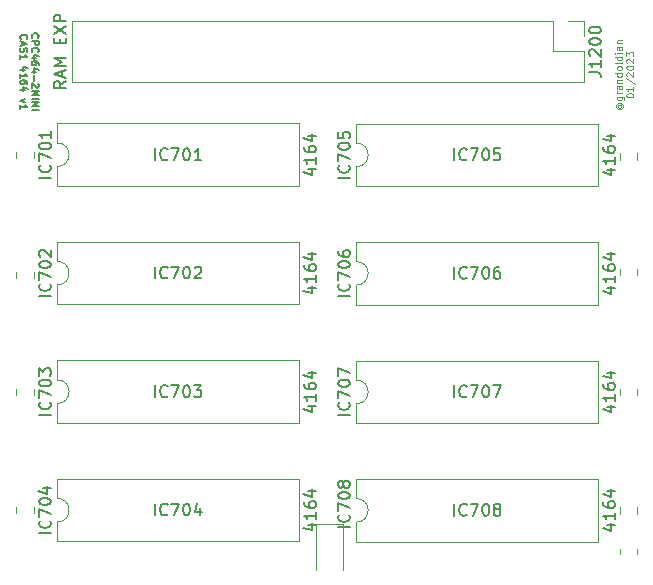
<source format=gbr>
%TF.GenerationSoftware,KiCad,Pcbnew,(6.0.7)*%
%TF.CreationDate,2023-01-24T22:55:54+00:00*%
%TF.ProjectId,CPC464-2MINICAS1,43504334-3634-42d3-924d-494e49434153,rev?*%
%TF.SameCoordinates,Original*%
%TF.FileFunction,Legend,Top*%
%TF.FilePolarity,Positive*%
%FSLAX46Y46*%
G04 Gerber Fmt 4.6, Leading zero omitted, Abs format (unit mm)*
G04 Created by KiCad (PCBNEW (6.0.7)) date 2023-01-24 22:55:54*
%MOMM*%
%LPD*%
G01*
G04 APERTURE LIST*
%ADD10C,0.150000*%
%ADD11C,0.100000*%
%ADD12C,0.120000*%
G04 APERTURE END LIST*
D10*
X34863514Y-43508971D02*
X34834942Y-43480400D01*
X34806371Y-43394685D01*
X34806371Y-43337542D01*
X34834942Y-43251828D01*
X34892085Y-43194685D01*
X34949228Y-43166114D01*
X35063514Y-43137542D01*
X35149228Y-43137542D01*
X35263514Y-43166114D01*
X35320657Y-43194685D01*
X35377800Y-43251828D01*
X35406371Y-43337542D01*
X35406371Y-43394685D01*
X35377800Y-43480400D01*
X35349228Y-43508971D01*
X34806371Y-43766114D02*
X35406371Y-43766114D01*
X35406371Y-43994685D01*
X35377800Y-44051828D01*
X35349228Y-44080400D01*
X35292085Y-44108971D01*
X35206371Y-44108971D01*
X35149228Y-44080400D01*
X35120657Y-44051828D01*
X35092085Y-43994685D01*
X35092085Y-43766114D01*
X34863514Y-44708971D02*
X34834942Y-44680400D01*
X34806371Y-44594685D01*
X34806371Y-44537542D01*
X34834942Y-44451828D01*
X34892085Y-44394685D01*
X34949228Y-44366114D01*
X35063514Y-44337542D01*
X35149228Y-44337542D01*
X35263514Y-44366114D01*
X35320657Y-44394685D01*
X35377800Y-44451828D01*
X35406371Y-44537542D01*
X35406371Y-44594685D01*
X35377800Y-44680400D01*
X35349228Y-44708971D01*
X35206371Y-45223257D02*
X34806371Y-45223257D01*
X35434942Y-45080400D02*
X35006371Y-44937542D01*
X35006371Y-45308971D01*
X35406371Y-45794685D02*
X35406371Y-45680400D01*
X35377800Y-45623257D01*
X35349228Y-45594685D01*
X35263514Y-45537542D01*
X35149228Y-45508971D01*
X34920657Y-45508971D01*
X34863514Y-45537542D01*
X34834942Y-45566114D01*
X34806371Y-45623257D01*
X34806371Y-45737542D01*
X34834942Y-45794685D01*
X34863514Y-45823257D01*
X34920657Y-45851828D01*
X35063514Y-45851828D01*
X35120657Y-45823257D01*
X35149228Y-45794685D01*
X35177800Y-45737542D01*
X35177800Y-45623257D01*
X35149228Y-45566114D01*
X35120657Y-45537542D01*
X35063514Y-45508971D01*
X35206371Y-46366114D02*
X34806371Y-46366114D01*
X35434942Y-46223257D02*
X35006371Y-46080400D01*
X35006371Y-46451828D01*
X35034942Y-46680400D02*
X35034942Y-47137542D01*
X35349228Y-47394685D02*
X35377800Y-47423257D01*
X35406371Y-47480400D01*
X35406371Y-47623257D01*
X35377800Y-47680400D01*
X35349228Y-47708971D01*
X35292085Y-47737542D01*
X35234942Y-47737542D01*
X35149228Y-47708971D01*
X34806371Y-47366114D01*
X34806371Y-47737542D01*
X34806371Y-47994685D02*
X35406371Y-47994685D01*
X34977800Y-48194685D01*
X35406371Y-48394685D01*
X34806371Y-48394685D01*
X34806371Y-48680400D02*
X35406371Y-48680400D01*
X34806371Y-48966114D02*
X35406371Y-48966114D01*
X34806371Y-49308971D01*
X35406371Y-49308971D01*
X34806371Y-49594685D02*
X35406371Y-49594685D01*
X33897514Y-43623257D02*
X33868942Y-43594685D01*
X33840371Y-43508971D01*
X33840371Y-43451828D01*
X33868942Y-43366114D01*
X33926085Y-43308971D01*
X33983228Y-43280400D01*
X34097514Y-43251828D01*
X34183228Y-43251828D01*
X34297514Y-43280400D01*
X34354657Y-43308971D01*
X34411800Y-43366114D01*
X34440371Y-43451828D01*
X34440371Y-43508971D01*
X34411800Y-43594685D01*
X34383228Y-43623257D01*
X34011800Y-43851828D02*
X34011800Y-44137542D01*
X33840371Y-43794685D02*
X34440371Y-43994685D01*
X33840371Y-44194685D01*
X33868942Y-44366114D02*
X33840371Y-44451828D01*
X33840371Y-44594685D01*
X33868942Y-44651828D01*
X33897514Y-44680400D01*
X33954657Y-44708971D01*
X34011800Y-44708971D01*
X34068942Y-44680400D01*
X34097514Y-44651828D01*
X34126085Y-44594685D01*
X34154657Y-44480400D01*
X34183228Y-44423257D01*
X34211800Y-44394685D01*
X34268942Y-44366114D01*
X34326085Y-44366114D01*
X34383228Y-44394685D01*
X34411800Y-44423257D01*
X34440371Y-44480400D01*
X34440371Y-44623257D01*
X34411800Y-44708971D01*
X33840371Y-45280400D02*
X33840371Y-44937542D01*
X33840371Y-45108971D02*
X34440371Y-45108971D01*
X34354657Y-45051828D01*
X34297514Y-44994685D01*
X34268942Y-44937542D01*
X34240371Y-46251828D02*
X33840371Y-46251828D01*
X34468942Y-46108971D02*
X34040371Y-45966114D01*
X34040371Y-46337542D01*
X33840371Y-46880400D02*
X33840371Y-46537542D01*
X33840371Y-46708971D02*
X34440371Y-46708971D01*
X34354657Y-46651828D01*
X34297514Y-46594685D01*
X34268942Y-46537542D01*
X34440371Y-47394685D02*
X34440371Y-47280400D01*
X34411800Y-47223257D01*
X34383228Y-47194685D01*
X34297514Y-47137542D01*
X34183228Y-47108971D01*
X33954657Y-47108971D01*
X33897514Y-47137542D01*
X33868942Y-47166114D01*
X33840371Y-47223257D01*
X33840371Y-47337542D01*
X33868942Y-47394685D01*
X33897514Y-47423257D01*
X33954657Y-47451828D01*
X34097514Y-47451828D01*
X34154657Y-47423257D01*
X34183228Y-47394685D01*
X34211800Y-47337542D01*
X34211800Y-47223257D01*
X34183228Y-47166114D01*
X34154657Y-47137542D01*
X34097514Y-47108971D01*
X34240371Y-47966114D02*
X33840371Y-47966114D01*
X34468942Y-47823257D02*
X34040371Y-47680400D01*
X34040371Y-48051828D01*
X34240371Y-48680400D02*
X33840371Y-48823257D01*
X34240371Y-48966114D01*
X33840371Y-49508971D02*
X33840371Y-49166114D01*
X33840371Y-49337542D02*
X34440371Y-49337542D01*
X34354657Y-49280400D01*
X34297514Y-49223257D01*
X34268942Y-49166114D01*
D11*
X84491114Y-49162971D02*
X84462542Y-49191542D01*
X84433971Y-49248685D01*
X84433971Y-49305828D01*
X84462542Y-49362971D01*
X84491114Y-49391542D01*
X84548257Y-49420114D01*
X84605400Y-49420114D01*
X84662542Y-49391542D01*
X84691114Y-49362971D01*
X84719685Y-49305828D01*
X84719685Y-49248685D01*
X84691114Y-49191542D01*
X84662542Y-49162971D01*
X84433971Y-49162971D02*
X84662542Y-49162971D01*
X84691114Y-49134400D01*
X84691114Y-49105828D01*
X84662542Y-49048685D01*
X84605400Y-49020114D01*
X84462542Y-49020114D01*
X84376828Y-49077257D01*
X84319685Y-49162971D01*
X84291114Y-49277257D01*
X84319685Y-49391542D01*
X84376828Y-49477257D01*
X84462542Y-49534400D01*
X84576828Y-49562971D01*
X84691114Y-49534400D01*
X84776828Y-49477257D01*
X84833971Y-49391542D01*
X84862542Y-49277257D01*
X84833971Y-49162971D01*
X84776828Y-49077257D01*
X84376828Y-48505828D02*
X84862542Y-48505828D01*
X84919685Y-48534400D01*
X84948257Y-48562971D01*
X84976828Y-48620114D01*
X84976828Y-48705828D01*
X84948257Y-48762971D01*
X84748257Y-48505828D02*
X84776828Y-48562971D01*
X84776828Y-48677257D01*
X84748257Y-48734400D01*
X84719685Y-48762971D01*
X84662542Y-48791542D01*
X84491114Y-48791542D01*
X84433971Y-48762971D01*
X84405400Y-48734400D01*
X84376828Y-48677257D01*
X84376828Y-48562971D01*
X84405400Y-48505828D01*
X84776828Y-48220114D02*
X84376828Y-48220114D01*
X84491114Y-48220114D02*
X84433971Y-48191542D01*
X84405400Y-48162971D01*
X84376828Y-48105828D01*
X84376828Y-48048685D01*
X84776828Y-47591542D02*
X84462542Y-47591542D01*
X84405400Y-47620114D01*
X84376828Y-47677257D01*
X84376828Y-47791542D01*
X84405400Y-47848685D01*
X84748257Y-47591542D02*
X84776828Y-47648685D01*
X84776828Y-47791542D01*
X84748257Y-47848685D01*
X84691114Y-47877257D01*
X84633971Y-47877257D01*
X84576828Y-47848685D01*
X84548257Y-47791542D01*
X84548257Y-47648685D01*
X84519685Y-47591542D01*
X84376828Y-47305828D02*
X84776828Y-47305828D01*
X84433971Y-47305828D02*
X84405400Y-47277257D01*
X84376828Y-47220114D01*
X84376828Y-47134400D01*
X84405400Y-47077257D01*
X84462542Y-47048685D01*
X84776828Y-47048685D01*
X84776828Y-46505828D02*
X84176828Y-46505828D01*
X84748257Y-46505828D02*
X84776828Y-46562971D01*
X84776828Y-46677257D01*
X84748257Y-46734400D01*
X84719685Y-46762971D01*
X84662542Y-46791542D01*
X84491114Y-46791542D01*
X84433971Y-46762971D01*
X84405400Y-46734400D01*
X84376828Y-46677257D01*
X84376828Y-46562971D01*
X84405400Y-46505828D01*
X84776828Y-46134400D02*
X84748257Y-46191542D01*
X84719685Y-46220114D01*
X84662542Y-46248685D01*
X84491114Y-46248685D01*
X84433971Y-46220114D01*
X84405400Y-46191542D01*
X84376828Y-46134400D01*
X84376828Y-46048685D01*
X84405400Y-45991542D01*
X84433971Y-45962971D01*
X84491114Y-45934400D01*
X84662542Y-45934400D01*
X84719685Y-45962971D01*
X84748257Y-45991542D01*
X84776828Y-46048685D01*
X84776828Y-46134400D01*
X84776828Y-45591542D02*
X84748257Y-45648685D01*
X84691114Y-45677257D01*
X84176828Y-45677257D01*
X84776828Y-45105828D02*
X84176828Y-45105828D01*
X84748257Y-45105828D02*
X84776828Y-45162971D01*
X84776828Y-45277257D01*
X84748257Y-45334400D01*
X84719685Y-45362971D01*
X84662542Y-45391542D01*
X84491114Y-45391542D01*
X84433971Y-45362971D01*
X84405400Y-45334400D01*
X84376828Y-45277257D01*
X84376828Y-45162971D01*
X84405400Y-45105828D01*
X84776828Y-44820114D02*
X84376828Y-44820114D01*
X84176828Y-44820114D02*
X84205400Y-44848685D01*
X84233971Y-44820114D01*
X84205400Y-44791542D01*
X84176828Y-44820114D01*
X84233971Y-44820114D01*
X84776828Y-44277257D02*
X84462542Y-44277257D01*
X84405400Y-44305828D01*
X84376828Y-44362971D01*
X84376828Y-44477257D01*
X84405400Y-44534400D01*
X84748257Y-44277257D02*
X84776828Y-44334400D01*
X84776828Y-44477257D01*
X84748257Y-44534400D01*
X84691114Y-44562971D01*
X84633971Y-44562971D01*
X84576828Y-44534400D01*
X84548257Y-44477257D01*
X84548257Y-44334400D01*
X84519685Y-44277257D01*
X84376828Y-43991542D02*
X84776828Y-43991542D01*
X84433971Y-43991542D02*
X84405400Y-43962971D01*
X84376828Y-43905828D01*
X84376828Y-43820114D01*
X84405400Y-43762971D01*
X84462542Y-43734400D01*
X84776828Y-43734400D01*
X85142828Y-48405828D02*
X85142828Y-48348685D01*
X85171400Y-48291542D01*
X85199971Y-48262971D01*
X85257114Y-48234400D01*
X85371400Y-48205828D01*
X85514257Y-48205828D01*
X85628542Y-48234400D01*
X85685685Y-48262971D01*
X85714257Y-48291542D01*
X85742828Y-48348685D01*
X85742828Y-48405828D01*
X85714257Y-48462971D01*
X85685685Y-48491542D01*
X85628542Y-48520114D01*
X85514257Y-48548685D01*
X85371400Y-48548685D01*
X85257114Y-48520114D01*
X85199971Y-48491542D01*
X85171400Y-48462971D01*
X85142828Y-48405828D01*
X85742828Y-47634400D02*
X85742828Y-47977257D01*
X85742828Y-47805828D02*
X85142828Y-47805828D01*
X85228542Y-47862971D01*
X85285685Y-47920114D01*
X85314257Y-47977257D01*
X85114257Y-46948685D02*
X85885685Y-47462971D01*
X85199971Y-46777257D02*
X85171400Y-46748685D01*
X85142828Y-46691542D01*
X85142828Y-46548685D01*
X85171400Y-46491542D01*
X85199971Y-46462971D01*
X85257114Y-46434400D01*
X85314257Y-46434400D01*
X85399971Y-46462971D01*
X85742828Y-46805828D01*
X85742828Y-46434400D01*
X85142828Y-46062971D02*
X85142828Y-46005828D01*
X85171400Y-45948685D01*
X85199971Y-45920114D01*
X85257114Y-45891542D01*
X85371400Y-45862971D01*
X85514257Y-45862971D01*
X85628542Y-45891542D01*
X85685685Y-45920114D01*
X85714257Y-45948685D01*
X85742828Y-46005828D01*
X85742828Y-46062971D01*
X85714257Y-46120114D01*
X85685685Y-46148685D01*
X85628542Y-46177257D01*
X85514257Y-46205828D01*
X85371400Y-46205828D01*
X85257114Y-46177257D01*
X85199971Y-46148685D01*
X85171400Y-46120114D01*
X85142828Y-46062971D01*
X85199971Y-45634400D02*
X85171400Y-45605828D01*
X85142828Y-45548685D01*
X85142828Y-45405828D01*
X85171400Y-45348685D01*
X85199971Y-45320114D01*
X85257114Y-45291542D01*
X85314257Y-45291542D01*
X85399971Y-45320114D01*
X85742828Y-45662971D01*
X85742828Y-45291542D01*
X85142828Y-45091542D02*
X85142828Y-44720114D01*
X85371400Y-44920114D01*
X85371400Y-44834400D01*
X85399971Y-44777257D01*
X85428542Y-44748685D01*
X85485685Y-44720114D01*
X85628542Y-44720114D01*
X85685685Y-44748685D01*
X85714257Y-44777257D01*
X85742828Y-44834400D01*
X85742828Y-45005828D01*
X85714257Y-45062971D01*
X85685685Y-45091542D01*
D10*
%TO.C,IC704*%
X36425580Y-85428371D02*
X35425580Y-85428371D01*
X36330342Y-84380752D02*
X36377961Y-84428371D01*
X36425580Y-84571228D01*
X36425580Y-84666466D01*
X36377961Y-84809323D01*
X36282723Y-84904561D01*
X36187485Y-84952180D01*
X35997009Y-84999800D01*
X35854152Y-84999800D01*
X35663676Y-84952180D01*
X35568438Y-84904561D01*
X35473200Y-84809323D01*
X35425580Y-84666466D01*
X35425580Y-84571228D01*
X35473200Y-84428371D01*
X35520819Y-84380752D01*
X35425580Y-84047419D02*
X35425580Y-83380752D01*
X36425580Y-83809323D01*
X35425580Y-82809323D02*
X35425580Y-82714085D01*
X35473200Y-82618847D01*
X35520819Y-82571228D01*
X35616057Y-82523609D01*
X35806533Y-82475990D01*
X36044628Y-82475990D01*
X36235104Y-82523609D01*
X36330342Y-82571228D01*
X36377961Y-82618847D01*
X36425580Y-82714085D01*
X36425580Y-82809323D01*
X36377961Y-82904561D01*
X36330342Y-82952180D01*
X36235104Y-82999800D01*
X36044628Y-83047419D01*
X35806533Y-83047419D01*
X35616057Y-82999800D01*
X35520819Y-82952180D01*
X35473200Y-82904561D01*
X35425580Y-82809323D01*
X35758914Y-81618847D02*
X36425580Y-81618847D01*
X35377961Y-81856942D02*
X36092247Y-82095038D01*
X36092247Y-81475990D01*
X58198914Y-84737895D02*
X58865580Y-84737895D01*
X57817961Y-84975990D02*
X58532247Y-85214085D01*
X58532247Y-84595038D01*
X58865580Y-83690276D02*
X58865580Y-84261704D01*
X58865580Y-83975990D02*
X57865580Y-83975990D01*
X58008438Y-84071228D01*
X58103676Y-84166466D01*
X58151295Y-84261704D01*
X57865580Y-82833133D02*
X57865580Y-83023609D01*
X57913200Y-83118847D01*
X57960819Y-83166466D01*
X58103676Y-83261704D01*
X58294152Y-83309323D01*
X58675104Y-83309323D01*
X58770342Y-83261704D01*
X58817961Y-83214085D01*
X58865580Y-83118847D01*
X58865580Y-82928371D01*
X58817961Y-82833133D01*
X58770342Y-82785514D01*
X58675104Y-82737895D01*
X58437009Y-82737895D01*
X58341771Y-82785514D01*
X58294152Y-82833133D01*
X58246533Y-82928371D01*
X58246533Y-83118847D01*
X58294152Y-83214085D01*
X58341771Y-83261704D01*
X58437009Y-83309323D01*
X58198914Y-81880752D02*
X58865580Y-81880752D01*
X57817961Y-82118847D02*
X58532247Y-82356942D01*
X58532247Y-81737895D01*
X45264628Y-83952180D02*
X45264628Y-82952180D01*
X46312247Y-83856942D02*
X46264628Y-83904561D01*
X46121771Y-83952180D01*
X46026533Y-83952180D01*
X45883676Y-83904561D01*
X45788438Y-83809323D01*
X45740819Y-83714085D01*
X45693200Y-83523609D01*
X45693200Y-83380752D01*
X45740819Y-83190276D01*
X45788438Y-83095038D01*
X45883676Y-82999800D01*
X46026533Y-82952180D01*
X46121771Y-82952180D01*
X46264628Y-82999800D01*
X46312247Y-83047419D01*
X46645580Y-82952180D02*
X47312247Y-82952180D01*
X46883676Y-83952180D01*
X47883676Y-82952180D02*
X47978914Y-82952180D01*
X48074152Y-82999800D01*
X48121771Y-83047419D01*
X48169390Y-83142657D01*
X48217009Y-83333133D01*
X48217009Y-83571228D01*
X48169390Y-83761704D01*
X48121771Y-83856942D01*
X48074152Y-83904561D01*
X47978914Y-83952180D01*
X47883676Y-83952180D01*
X47788438Y-83904561D01*
X47740819Y-83856942D01*
X47693200Y-83761704D01*
X47645580Y-83571228D01*
X47645580Y-83333133D01*
X47693200Y-83142657D01*
X47740819Y-83047419D01*
X47788438Y-82999800D01*
X47883676Y-82952180D01*
X49074152Y-83285514D02*
X49074152Y-83952180D01*
X48836057Y-82904561D02*
X48597961Y-83618847D01*
X49217009Y-83618847D01*
%TO.C,IC707*%
X61749380Y-75420771D02*
X60749380Y-75420771D01*
X61654142Y-74373152D02*
X61701761Y-74420771D01*
X61749380Y-74563628D01*
X61749380Y-74658866D01*
X61701761Y-74801723D01*
X61606523Y-74896961D01*
X61511285Y-74944580D01*
X61320809Y-74992200D01*
X61177952Y-74992200D01*
X60987476Y-74944580D01*
X60892238Y-74896961D01*
X60797000Y-74801723D01*
X60749380Y-74658866D01*
X60749380Y-74563628D01*
X60797000Y-74420771D01*
X60844619Y-74373152D01*
X60749380Y-74039819D02*
X60749380Y-73373152D01*
X61749380Y-73801723D01*
X60749380Y-72801723D02*
X60749380Y-72706485D01*
X60797000Y-72611247D01*
X60844619Y-72563628D01*
X60939857Y-72516009D01*
X61130333Y-72468390D01*
X61368428Y-72468390D01*
X61558904Y-72516009D01*
X61654142Y-72563628D01*
X61701761Y-72611247D01*
X61749380Y-72706485D01*
X61749380Y-72801723D01*
X61701761Y-72896961D01*
X61654142Y-72944580D01*
X61558904Y-72992200D01*
X61368428Y-73039819D01*
X61130333Y-73039819D01*
X60939857Y-72992200D01*
X60844619Y-72944580D01*
X60797000Y-72896961D01*
X60749380Y-72801723D01*
X60749380Y-72135057D02*
X60749380Y-71468390D01*
X61749380Y-71896961D01*
X83522714Y-74730295D02*
X84189380Y-74730295D01*
X83141761Y-74968390D02*
X83856047Y-75206485D01*
X83856047Y-74587438D01*
X84189380Y-73682676D02*
X84189380Y-74254104D01*
X84189380Y-73968390D02*
X83189380Y-73968390D01*
X83332238Y-74063628D01*
X83427476Y-74158866D01*
X83475095Y-74254104D01*
X83189380Y-72825533D02*
X83189380Y-73016009D01*
X83237000Y-73111247D01*
X83284619Y-73158866D01*
X83427476Y-73254104D01*
X83617952Y-73301723D01*
X83998904Y-73301723D01*
X84094142Y-73254104D01*
X84141761Y-73206485D01*
X84189380Y-73111247D01*
X84189380Y-72920771D01*
X84141761Y-72825533D01*
X84094142Y-72777914D01*
X83998904Y-72730295D01*
X83760809Y-72730295D01*
X83665571Y-72777914D01*
X83617952Y-72825533D01*
X83570333Y-72920771D01*
X83570333Y-73111247D01*
X83617952Y-73206485D01*
X83665571Y-73254104D01*
X83760809Y-73301723D01*
X83522714Y-71873152D02*
X84189380Y-71873152D01*
X83141761Y-72111247D02*
X83856047Y-72349342D01*
X83856047Y-71730295D01*
X70588428Y-73944580D02*
X70588428Y-72944580D01*
X71636047Y-73849342D02*
X71588428Y-73896961D01*
X71445571Y-73944580D01*
X71350333Y-73944580D01*
X71207476Y-73896961D01*
X71112238Y-73801723D01*
X71064619Y-73706485D01*
X71017000Y-73516009D01*
X71017000Y-73373152D01*
X71064619Y-73182676D01*
X71112238Y-73087438D01*
X71207476Y-72992200D01*
X71350333Y-72944580D01*
X71445571Y-72944580D01*
X71588428Y-72992200D01*
X71636047Y-73039819D01*
X71969380Y-72944580D02*
X72636047Y-72944580D01*
X72207476Y-73944580D01*
X73207476Y-72944580D02*
X73302714Y-72944580D01*
X73397952Y-72992200D01*
X73445571Y-73039819D01*
X73493190Y-73135057D01*
X73540809Y-73325533D01*
X73540809Y-73563628D01*
X73493190Y-73754104D01*
X73445571Y-73849342D01*
X73397952Y-73896961D01*
X73302714Y-73944580D01*
X73207476Y-73944580D01*
X73112238Y-73896961D01*
X73064619Y-73849342D01*
X73017000Y-73754104D01*
X72969380Y-73563628D01*
X72969380Y-73325533D01*
X73017000Y-73135057D01*
X73064619Y-73039819D01*
X73112238Y-72992200D01*
X73207476Y-72944580D01*
X73874142Y-72944580D02*
X74540809Y-72944580D01*
X74112238Y-73944580D01*
%TO.C,J1200*%
X81999580Y-46430304D02*
X82713866Y-46430304D01*
X82856723Y-46477923D01*
X82951961Y-46573161D01*
X82999580Y-46716019D01*
X82999580Y-46811257D01*
X82999580Y-45430304D02*
X82999580Y-46001733D01*
X82999580Y-45716019D02*
X81999580Y-45716019D01*
X82142438Y-45811257D01*
X82237676Y-45906495D01*
X82285295Y-46001733D01*
X82094819Y-45049352D02*
X82047200Y-45001733D01*
X81999580Y-44906495D01*
X81999580Y-44668400D01*
X82047200Y-44573161D01*
X82094819Y-44525542D01*
X82190057Y-44477923D01*
X82285295Y-44477923D01*
X82428152Y-44525542D01*
X82999580Y-45096971D01*
X82999580Y-44477923D01*
X81999580Y-43858876D02*
X81999580Y-43763638D01*
X82047200Y-43668400D01*
X82094819Y-43620780D01*
X82190057Y-43573161D01*
X82380533Y-43525542D01*
X82618628Y-43525542D01*
X82809104Y-43573161D01*
X82904342Y-43620780D01*
X82951961Y-43668400D01*
X82999580Y-43763638D01*
X82999580Y-43858876D01*
X82951961Y-43954114D01*
X82904342Y-44001733D01*
X82809104Y-44049352D01*
X82618628Y-44096971D01*
X82380533Y-44096971D01*
X82190057Y-44049352D01*
X82094819Y-44001733D01*
X82047200Y-43954114D01*
X81999580Y-43858876D01*
X81999580Y-42906495D02*
X81999580Y-42811257D01*
X82047200Y-42716019D01*
X82094819Y-42668400D01*
X82190057Y-42620780D01*
X82380533Y-42573161D01*
X82618628Y-42573161D01*
X82809104Y-42620780D01*
X82904342Y-42668400D01*
X82951961Y-42716019D01*
X82999580Y-42811257D01*
X82999580Y-42906495D01*
X82951961Y-43001733D01*
X82904342Y-43049352D01*
X82809104Y-43096971D01*
X82618628Y-43144590D01*
X82380533Y-43144590D01*
X82190057Y-43096971D01*
X82094819Y-43049352D01*
X82047200Y-43001733D01*
X81999580Y-42906495D01*
X37699580Y-47168400D02*
X37223390Y-47501733D01*
X37699580Y-47739828D02*
X36699580Y-47739828D01*
X36699580Y-47358876D01*
X36747200Y-47263638D01*
X36794819Y-47216019D01*
X36890057Y-47168400D01*
X37032914Y-47168400D01*
X37128152Y-47216019D01*
X37175771Y-47263638D01*
X37223390Y-47358876D01*
X37223390Y-47739828D01*
X37413866Y-46787447D02*
X37413866Y-46311257D01*
X37699580Y-46882685D02*
X36699580Y-46549352D01*
X37699580Y-46216019D01*
X37699580Y-45882685D02*
X36699580Y-45882685D01*
X37413866Y-45549352D01*
X36699580Y-45216019D01*
X37699580Y-45216019D01*
X37175771Y-43977923D02*
X37175771Y-43644590D01*
X37699580Y-43501733D02*
X37699580Y-43977923D01*
X36699580Y-43977923D01*
X36699580Y-43501733D01*
X36699580Y-43168400D02*
X37699580Y-42501733D01*
X36699580Y-42501733D02*
X37699580Y-43168400D01*
X37699580Y-42120780D02*
X36699580Y-42120780D01*
X36699580Y-41739828D01*
X36747200Y-41644590D01*
X36794819Y-41596971D01*
X36890057Y-41549352D01*
X37032914Y-41549352D01*
X37128152Y-41596971D01*
X37175771Y-41644590D01*
X37223390Y-41739828D01*
X37223390Y-42120780D01*
%TO.C,IC705*%
X61749380Y-55354771D02*
X60749380Y-55354771D01*
X61654142Y-54307152D02*
X61701761Y-54354771D01*
X61749380Y-54497628D01*
X61749380Y-54592866D01*
X61701761Y-54735723D01*
X61606523Y-54830961D01*
X61511285Y-54878580D01*
X61320809Y-54926200D01*
X61177952Y-54926200D01*
X60987476Y-54878580D01*
X60892238Y-54830961D01*
X60797000Y-54735723D01*
X60749380Y-54592866D01*
X60749380Y-54497628D01*
X60797000Y-54354771D01*
X60844619Y-54307152D01*
X60749380Y-53973819D02*
X60749380Y-53307152D01*
X61749380Y-53735723D01*
X60749380Y-52735723D02*
X60749380Y-52640485D01*
X60797000Y-52545247D01*
X60844619Y-52497628D01*
X60939857Y-52450009D01*
X61130333Y-52402390D01*
X61368428Y-52402390D01*
X61558904Y-52450009D01*
X61654142Y-52497628D01*
X61701761Y-52545247D01*
X61749380Y-52640485D01*
X61749380Y-52735723D01*
X61701761Y-52830961D01*
X61654142Y-52878580D01*
X61558904Y-52926200D01*
X61368428Y-52973819D01*
X61130333Y-52973819D01*
X60939857Y-52926200D01*
X60844619Y-52878580D01*
X60797000Y-52830961D01*
X60749380Y-52735723D01*
X60749380Y-51497628D02*
X60749380Y-51973819D01*
X61225571Y-52021438D01*
X61177952Y-51973819D01*
X61130333Y-51878580D01*
X61130333Y-51640485D01*
X61177952Y-51545247D01*
X61225571Y-51497628D01*
X61320809Y-51450009D01*
X61558904Y-51450009D01*
X61654142Y-51497628D01*
X61701761Y-51545247D01*
X61749380Y-51640485D01*
X61749380Y-51878580D01*
X61701761Y-51973819D01*
X61654142Y-52021438D01*
X83522714Y-54664295D02*
X84189380Y-54664295D01*
X83141761Y-54902390D02*
X83856047Y-55140485D01*
X83856047Y-54521438D01*
X84189380Y-53616676D02*
X84189380Y-54188104D01*
X84189380Y-53902390D02*
X83189380Y-53902390D01*
X83332238Y-53997628D01*
X83427476Y-54092866D01*
X83475095Y-54188104D01*
X83189380Y-52759533D02*
X83189380Y-52950009D01*
X83237000Y-53045247D01*
X83284619Y-53092866D01*
X83427476Y-53188104D01*
X83617952Y-53235723D01*
X83998904Y-53235723D01*
X84094142Y-53188104D01*
X84141761Y-53140485D01*
X84189380Y-53045247D01*
X84189380Y-52854771D01*
X84141761Y-52759533D01*
X84094142Y-52711914D01*
X83998904Y-52664295D01*
X83760809Y-52664295D01*
X83665571Y-52711914D01*
X83617952Y-52759533D01*
X83570333Y-52854771D01*
X83570333Y-53045247D01*
X83617952Y-53140485D01*
X83665571Y-53188104D01*
X83760809Y-53235723D01*
X83522714Y-51807152D02*
X84189380Y-51807152D01*
X83141761Y-52045247D02*
X83856047Y-52283342D01*
X83856047Y-51664295D01*
X70588428Y-53878580D02*
X70588428Y-52878580D01*
X71636047Y-53783342D02*
X71588428Y-53830961D01*
X71445571Y-53878580D01*
X71350333Y-53878580D01*
X71207476Y-53830961D01*
X71112238Y-53735723D01*
X71064619Y-53640485D01*
X71017000Y-53450009D01*
X71017000Y-53307152D01*
X71064619Y-53116676D01*
X71112238Y-53021438D01*
X71207476Y-52926200D01*
X71350333Y-52878580D01*
X71445571Y-52878580D01*
X71588428Y-52926200D01*
X71636047Y-52973819D01*
X71969380Y-52878580D02*
X72636047Y-52878580D01*
X72207476Y-53878580D01*
X73207476Y-52878580D02*
X73302714Y-52878580D01*
X73397952Y-52926200D01*
X73445571Y-52973819D01*
X73493190Y-53069057D01*
X73540809Y-53259533D01*
X73540809Y-53497628D01*
X73493190Y-53688104D01*
X73445571Y-53783342D01*
X73397952Y-53830961D01*
X73302714Y-53878580D01*
X73207476Y-53878580D01*
X73112238Y-53830961D01*
X73064619Y-53783342D01*
X73017000Y-53688104D01*
X72969380Y-53497628D01*
X72969380Y-53259533D01*
X73017000Y-53069057D01*
X73064619Y-52973819D01*
X73112238Y-52926200D01*
X73207476Y-52878580D01*
X74445571Y-52878580D02*
X73969380Y-52878580D01*
X73921761Y-53354771D01*
X73969380Y-53307152D01*
X74064619Y-53259533D01*
X74302714Y-53259533D01*
X74397952Y-53307152D01*
X74445571Y-53354771D01*
X74493190Y-53450009D01*
X74493190Y-53688104D01*
X74445571Y-53783342D01*
X74397952Y-53830961D01*
X74302714Y-53878580D01*
X74064619Y-53878580D01*
X73969380Y-53830961D01*
X73921761Y-53783342D01*
%TO.C,IC701*%
X36425580Y-55339371D02*
X35425580Y-55339371D01*
X36330342Y-54291752D02*
X36377961Y-54339371D01*
X36425580Y-54482228D01*
X36425580Y-54577466D01*
X36377961Y-54720323D01*
X36282723Y-54815561D01*
X36187485Y-54863180D01*
X35997009Y-54910800D01*
X35854152Y-54910800D01*
X35663676Y-54863180D01*
X35568438Y-54815561D01*
X35473200Y-54720323D01*
X35425580Y-54577466D01*
X35425580Y-54482228D01*
X35473200Y-54339371D01*
X35520819Y-54291752D01*
X35425580Y-53958419D02*
X35425580Y-53291752D01*
X36425580Y-53720323D01*
X35425580Y-52720323D02*
X35425580Y-52625085D01*
X35473200Y-52529847D01*
X35520819Y-52482228D01*
X35616057Y-52434609D01*
X35806533Y-52386990D01*
X36044628Y-52386990D01*
X36235104Y-52434609D01*
X36330342Y-52482228D01*
X36377961Y-52529847D01*
X36425580Y-52625085D01*
X36425580Y-52720323D01*
X36377961Y-52815561D01*
X36330342Y-52863180D01*
X36235104Y-52910800D01*
X36044628Y-52958419D01*
X35806533Y-52958419D01*
X35616057Y-52910800D01*
X35520819Y-52863180D01*
X35473200Y-52815561D01*
X35425580Y-52720323D01*
X36425580Y-51434609D02*
X36425580Y-52006038D01*
X36425580Y-51720323D02*
X35425580Y-51720323D01*
X35568438Y-51815561D01*
X35663676Y-51910800D01*
X35711295Y-52006038D01*
X58198914Y-54648895D02*
X58865580Y-54648895D01*
X57817961Y-54886990D02*
X58532247Y-55125085D01*
X58532247Y-54506038D01*
X58865580Y-53601276D02*
X58865580Y-54172704D01*
X58865580Y-53886990D02*
X57865580Y-53886990D01*
X58008438Y-53982228D01*
X58103676Y-54077466D01*
X58151295Y-54172704D01*
X57865580Y-52744133D02*
X57865580Y-52934609D01*
X57913200Y-53029847D01*
X57960819Y-53077466D01*
X58103676Y-53172704D01*
X58294152Y-53220323D01*
X58675104Y-53220323D01*
X58770342Y-53172704D01*
X58817961Y-53125085D01*
X58865580Y-53029847D01*
X58865580Y-52839371D01*
X58817961Y-52744133D01*
X58770342Y-52696514D01*
X58675104Y-52648895D01*
X58437009Y-52648895D01*
X58341771Y-52696514D01*
X58294152Y-52744133D01*
X58246533Y-52839371D01*
X58246533Y-53029847D01*
X58294152Y-53125085D01*
X58341771Y-53172704D01*
X58437009Y-53220323D01*
X58198914Y-51791752D02*
X58865580Y-51791752D01*
X57817961Y-52029847D02*
X58532247Y-52267942D01*
X58532247Y-51648895D01*
X45264628Y-53863180D02*
X45264628Y-52863180D01*
X46312247Y-53767942D02*
X46264628Y-53815561D01*
X46121771Y-53863180D01*
X46026533Y-53863180D01*
X45883676Y-53815561D01*
X45788438Y-53720323D01*
X45740819Y-53625085D01*
X45693200Y-53434609D01*
X45693200Y-53291752D01*
X45740819Y-53101276D01*
X45788438Y-53006038D01*
X45883676Y-52910800D01*
X46026533Y-52863180D01*
X46121771Y-52863180D01*
X46264628Y-52910800D01*
X46312247Y-52958419D01*
X46645580Y-52863180D02*
X47312247Y-52863180D01*
X46883676Y-53863180D01*
X47883676Y-52863180D02*
X47978914Y-52863180D01*
X48074152Y-52910800D01*
X48121771Y-52958419D01*
X48169390Y-53053657D01*
X48217009Y-53244133D01*
X48217009Y-53482228D01*
X48169390Y-53672704D01*
X48121771Y-53767942D01*
X48074152Y-53815561D01*
X47978914Y-53863180D01*
X47883676Y-53863180D01*
X47788438Y-53815561D01*
X47740819Y-53767942D01*
X47693200Y-53672704D01*
X47645580Y-53482228D01*
X47645580Y-53244133D01*
X47693200Y-53053657D01*
X47740819Y-52958419D01*
X47788438Y-52910800D01*
X47883676Y-52863180D01*
X49169390Y-53863180D02*
X48597961Y-53863180D01*
X48883676Y-53863180D02*
X48883676Y-52863180D01*
X48788438Y-53006038D01*
X48693200Y-53101276D01*
X48597961Y-53148895D01*
%TO.C,IC708*%
X61749380Y-84928571D02*
X60749380Y-84928571D01*
X61654142Y-83880952D02*
X61701761Y-83928571D01*
X61749380Y-84071428D01*
X61749380Y-84166666D01*
X61701761Y-84309523D01*
X61606523Y-84404761D01*
X61511285Y-84452380D01*
X61320809Y-84500000D01*
X61177952Y-84500000D01*
X60987476Y-84452380D01*
X60892238Y-84404761D01*
X60797000Y-84309523D01*
X60749380Y-84166666D01*
X60749380Y-84071428D01*
X60797000Y-83928571D01*
X60844619Y-83880952D01*
X60749380Y-83547619D02*
X60749380Y-82880952D01*
X61749380Y-83309523D01*
X60749380Y-82309523D02*
X60749380Y-82214285D01*
X60797000Y-82119047D01*
X60844619Y-82071428D01*
X60939857Y-82023809D01*
X61130333Y-81976190D01*
X61368428Y-81976190D01*
X61558904Y-82023809D01*
X61654142Y-82071428D01*
X61701761Y-82119047D01*
X61749380Y-82214285D01*
X61749380Y-82309523D01*
X61701761Y-82404761D01*
X61654142Y-82452380D01*
X61558904Y-82500000D01*
X61368428Y-82547619D01*
X61130333Y-82547619D01*
X60939857Y-82500000D01*
X60844619Y-82452380D01*
X60797000Y-82404761D01*
X60749380Y-82309523D01*
X61177952Y-81404761D02*
X61130333Y-81500000D01*
X61082714Y-81547619D01*
X60987476Y-81595238D01*
X60939857Y-81595238D01*
X60844619Y-81547619D01*
X60797000Y-81500000D01*
X60749380Y-81404761D01*
X60749380Y-81214285D01*
X60797000Y-81119047D01*
X60844619Y-81071428D01*
X60939857Y-81023809D01*
X60987476Y-81023809D01*
X61082714Y-81071428D01*
X61130333Y-81119047D01*
X61177952Y-81214285D01*
X61177952Y-81404761D01*
X61225571Y-81500000D01*
X61273190Y-81547619D01*
X61368428Y-81595238D01*
X61558904Y-81595238D01*
X61654142Y-81547619D01*
X61701761Y-81500000D01*
X61749380Y-81404761D01*
X61749380Y-81214285D01*
X61701761Y-81119047D01*
X61654142Y-81071428D01*
X61558904Y-81023809D01*
X61368428Y-81023809D01*
X61273190Y-81071428D01*
X61225571Y-81119047D01*
X61177952Y-81214285D01*
X83522714Y-84753295D02*
X84189380Y-84753295D01*
X83141761Y-84991390D02*
X83856047Y-85229485D01*
X83856047Y-84610438D01*
X84189380Y-83705676D02*
X84189380Y-84277104D01*
X84189380Y-83991390D02*
X83189380Y-83991390D01*
X83332238Y-84086628D01*
X83427476Y-84181866D01*
X83475095Y-84277104D01*
X83189380Y-82848533D02*
X83189380Y-83039009D01*
X83237000Y-83134247D01*
X83284619Y-83181866D01*
X83427476Y-83277104D01*
X83617952Y-83324723D01*
X83998904Y-83324723D01*
X84094142Y-83277104D01*
X84141761Y-83229485D01*
X84189380Y-83134247D01*
X84189380Y-82943771D01*
X84141761Y-82848533D01*
X84094142Y-82800914D01*
X83998904Y-82753295D01*
X83760809Y-82753295D01*
X83665571Y-82800914D01*
X83617952Y-82848533D01*
X83570333Y-82943771D01*
X83570333Y-83134247D01*
X83617952Y-83229485D01*
X83665571Y-83277104D01*
X83760809Y-83324723D01*
X83522714Y-81896152D02*
X84189380Y-81896152D01*
X83141761Y-82134247D02*
X83856047Y-82372342D01*
X83856047Y-81753295D01*
X70588428Y-83967580D02*
X70588428Y-82967580D01*
X71636047Y-83872342D02*
X71588428Y-83919961D01*
X71445571Y-83967580D01*
X71350333Y-83967580D01*
X71207476Y-83919961D01*
X71112238Y-83824723D01*
X71064619Y-83729485D01*
X71017000Y-83539009D01*
X71017000Y-83396152D01*
X71064619Y-83205676D01*
X71112238Y-83110438D01*
X71207476Y-83015200D01*
X71350333Y-82967580D01*
X71445571Y-82967580D01*
X71588428Y-83015200D01*
X71636047Y-83062819D01*
X71969380Y-82967580D02*
X72636047Y-82967580D01*
X72207476Y-83967580D01*
X73207476Y-82967580D02*
X73302714Y-82967580D01*
X73397952Y-83015200D01*
X73445571Y-83062819D01*
X73493190Y-83158057D01*
X73540809Y-83348533D01*
X73540809Y-83586628D01*
X73493190Y-83777104D01*
X73445571Y-83872342D01*
X73397952Y-83919961D01*
X73302714Y-83967580D01*
X73207476Y-83967580D01*
X73112238Y-83919961D01*
X73064619Y-83872342D01*
X73017000Y-83777104D01*
X72969380Y-83586628D01*
X72969380Y-83348533D01*
X73017000Y-83158057D01*
X73064619Y-83062819D01*
X73112238Y-83015200D01*
X73207476Y-82967580D01*
X74112238Y-83396152D02*
X74017000Y-83348533D01*
X73969380Y-83300914D01*
X73921761Y-83205676D01*
X73921761Y-83158057D01*
X73969380Y-83062819D01*
X74017000Y-83015200D01*
X74112238Y-82967580D01*
X74302714Y-82967580D01*
X74397952Y-83015200D01*
X74445571Y-83062819D01*
X74493190Y-83158057D01*
X74493190Y-83205676D01*
X74445571Y-83300914D01*
X74397952Y-83348533D01*
X74302714Y-83396152D01*
X74112238Y-83396152D01*
X74017000Y-83443771D01*
X73969380Y-83491390D01*
X73921761Y-83586628D01*
X73921761Y-83777104D01*
X73969380Y-83872342D01*
X74017000Y-83919961D01*
X74112238Y-83967580D01*
X74302714Y-83967580D01*
X74397952Y-83919961D01*
X74445571Y-83872342D01*
X74493190Y-83777104D01*
X74493190Y-83586628D01*
X74445571Y-83491390D01*
X74397952Y-83443771D01*
X74302714Y-83396152D01*
%TO.C,IC706*%
X61749380Y-65377771D02*
X60749380Y-65377771D01*
X61654142Y-64330152D02*
X61701761Y-64377771D01*
X61749380Y-64520628D01*
X61749380Y-64615866D01*
X61701761Y-64758723D01*
X61606523Y-64853961D01*
X61511285Y-64901580D01*
X61320809Y-64949200D01*
X61177952Y-64949200D01*
X60987476Y-64901580D01*
X60892238Y-64853961D01*
X60797000Y-64758723D01*
X60749380Y-64615866D01*
X60749380Y-64520628D01*
X60797000Y-64377771D01*
X60844619Y-64330152D01*
X60749380Y-63996819D02*
X60749380Y-63330152D01*
X61749380Y-63758723D01*
X60749380Y-62758723D02*
X60749380Y-62663485D01*
X60797000Y-62568247D01*
X60844619Y-62520628D01*
X60939857Y-62473009D01*
X61130333Y-62425390D01*
X61368428Y-62425390D01*
X61558904Y-62473009D01*
X61654142Y-62520628D01*
X61701761Y-62568247D01*
X61749380Y-62663485D01*
X61749380Y-62758723D01*
X61701761Y-62853961D01*
X61654142Y-62901580D01*
X61558904Y-62949200D01*
X61368428Y-62996819D01*
X61130333Y-62996819D01*
X60939857Y-62949200D01*
X60844619Y-62901580D01*
X60797000Y-62853961D01*
X60749380Y-62758723D01*
X60749380Y-61568247D02*
X60749380Y-61758723D01*
X60797000Y-61853961D01*
X60844619Y-61901580D01*
X60987476Y-61996819D01*
X61177952Y-62044438D01*
X61558904Y-62044438D01*
X61654142Y-61996819D01*
X61701761Y-61949200D01*
X61749380Y-61853961D01*
X61749380Y-61663485D01*
X61701761Y-61568247D01*
X61654142Y-61520628D01*
X61558904Y-61473009D01*
X61320809Y-61473009D01*
X61225571Y-61520628D01*
X61177952Y-61568247D01*
X61130333Y-61663485D01*
X61130333Y-61853961D01*
X61177952Y-61949200D01*
X61225571Y-61996819D01*
X61320809Y-62044438D01*
X83522714Y-64687295D02*
X84189380Y-64687295D01*
X83141761Y-64925390D02*
X83856047Y-65163485D01*
X83856047Y-64544438D01*
X84189380Y-63639676D02*
X84189380Y-64211104D01*
X84189380Y-63925390D02*
X83189380Y-63925390D01*
X83332238Y-64020628D01*
X83427476Y-64115866D01*
X83475095Y-64211104D01*
X83189380Y-62782533D02*
X83189380Y-62973009D01*
X83237000Y-63068247D01*
X83284619Y-63115866D01*
X83427476Y-63211104D01*
X83617952Y-63258723D01*
X83998904Y-63258723D01*
X84094142Y-63211104D01*
X84141761Y-63163485D01*
X84189380Y-63068247D01*
X84189380Y-62877771D01*
X84141761Y-62782533D01*
X84094142Y-62734914D01*
X83998904Y-62687295D01*
X83760809Y-62687295D01*
X83665571Y-62734914D01*
X83617952Y-62782533D01*
X83570333Y-62877771D01*
X83570333Y-63068247D01*
X83617952Y-63163485D01*
X83665571Y-63211104D01*
X83760809Y-63258723D01*
X83522714Y-61830152D02*
X84189380Y-61830152D01*
X83141761Y-62068247D02*
X83856047Y-62306342D01*
X83856047Y-61687295D01*
X70588428Y-63901580D02*
X70588428Y-62901580D01*
X71636047Y-63806342D02*
X71588428Y-63853961D01*
X71445571Y-63901580D01*
X71350333Y-63901580D01*
X71207476Y-63853961D01*
X71112238Y-63758723D01*
X71064619Y-63663485D01*
X71017000Y-63473009D01*
X71017000Y-63330152D01*
X71064619Y-63139676D01*
X71112238Y-63044438D01*
X71207476Y-62949200D01*
X71350333Y-62901580D01*
X71445571Y-62901580D01*
X71588428Y-62949200D01*
X71636047Y-62996819D01*
X71969380Y-62901580D02*
X72636047Y-62901580D01*
X72207476Y-63901580D01*
X73207476Y-62901580D02*
X73302714Y-62901580D01*
X73397952Y-62949200D01*
X73445571Y-62996819D01*
X73493190Y-63092057D01*
X73540809Y-63282533D01*
X73540809Y-63520628D01*
X73493190Y-63711104D01*
X73445571Y-63806342D01*
X73397952Y-63853961D01*
X73302714Y-63901580D01*
X73207476Y-63901580D01*
X73112238Y-63853961D01*
X73064619Y-63806342D01*
X73017000Y-63711104D01*
X72969380Y-63520628D01*
X72969380Y-63282533D01*
X73017000Y-63092057D01*
X73064619Y-62996819D01*
X73112238Y-62949200D01*
X73207476Y-62901580D01*
X74397952Y-62901580D02*
X74207476Y-62901580D01*
X74112238Y-62949200D01*
X74064619Y-62996819D01*
X73969380Y-63139676D01*
X73921761Y-63330152D01*
X73921761Y-63711104D01*
X73969380Y-63806342D01*
X74017000Y-63853961D01*
X74112238Y-63901580D01*
X74302714Y-63901580D01*
X74397952Y-63853961D01*
X74445571Y-63806342D01*
X74493190Y-63711104D01*
X74493190Y-63473009D01*
X74445571Y-63377771D01*
X74397952Y-63330152D01*
X74302714Y-63282533D01*
X74112238Y-63282533D01*
X74017000Y-63330152D01*
X73969380Y-63377771D01*
X73921761Y-63473009D01*
%TO.C,IC702*%
X36425580Y-65362371D02*
X35425580Y-65362371D01*
X36330342Y-64314752D02*
X36377961Y-64362371D01*
X36425580Y-64505228D01*
X36425580Y-64600466D01*
X36377961Y-64743323D01*
X36282723Y-64838561D01*
X36187485Y-64886180D01*
X35997009Y-64933800D01*
X35854152Y-64933800D01*
X35663676Y-64886180D01*
X35568438Y-64838561D01*
X35473200Y-64743323D01*
X35425580Y-64600466D01*
X35425580Y-64505228D01*
X35473200Y-64362371D01*
X35520819Y-64314752D01*
X35425580Y-63981419D02*
X35425580Y-63314752D01*
X36425580Y-63743323D01*
X35425580Y-62743323D02*
X35425580Y-62648085D01*
X35473200Y-62552847D01*
X35520819Y-62505228D01*
X35616057Y-62457609D01*
X35806533Y-62409990D01*
X36044628Y-62409990D01*
X36235104Y-62457609D01*
X36330342Y-62505228D01*
X36377961Y-62552847D01*
X36425580Y-62648085D01*
X36425580Y-62743323D01*
X36377961Y-62838561D01*
X36330342Y-62886180D01*
X36235104Y-62933800D01*
X36044628Y-62981419D01*
X35806533Y-62981419D01*
X35616057Y-62933800D01*
X35520819Y-62886180D01*
X35473200Y-62838561D01*
X35425580Y-62743323D01*
X35520819Y-62029038D02*
X35473200Y-61981419D01*
X35425580Y-61886180D01*
X35425580Y-61648085D01*
X35473200Y-61552847D01*
X35520819Y-61505228D01*
X35616057Y-61457609D01*
X35711295Y-61457609D01*
X35854152Y-61505228D01*
X36425580Y-62076657D01*
X36425580Y-61457609D01*
X58198914Y-64671895D02*
X58865580Y-64671895D01*
X57817961Y-64909990D02*
X58532247Y-65148085D01*
X58532247Y-64529038D01*
X58865580Y-63624276D02*
X58865580Y-64195704D01*
X58865580Y-63909990D02*
X57865580Y-63909990D01*
X58008438Y-64005228D01*
X58103676Y-64100466D01*
X58151295Y-64195704D01*
X57865580Y-62767133D02*
X57865580Y-62957609D01*
X57913200Y-63052847D01*
X57960819Y-63100466D01*
X58103676Y-63195704D01*
X58294152Y-63243323D01*
X58675104Y-63243323D01*
X58770342Y-63195704D01*
X58817961Y-63148085D01*
X58865580Y-63052847D01*
X58865580Y-62862371D01*
X58817961Y-62767133D01*
X58770342Y-62719514D01*
X58675104Y-62671895D01*
X58437009Y-62671895D01*
X58341771Y-62719514D01*
X58294152Y-62767133D01*
X58246533Y-62862371D01*
X58246533Y-63052847D01*
X58294152Y-63148085D01*
X58341771Y-63195704D01*
X58437009Y-63243323D01*
X58198914Y-61814752D02*
X58865580Y-61814752D01*
X57817961Y-62052847D02*
X58532247Y-62290942D01*
X58532247Y-61671895D01*
X45264628Y-63886180D02*
X45264628Y-62886180D01*
X46312247Y-63790942D02*
X46264628Y-63838561D01*
X46121771Y-63886180D01*
X46026533Y-63886180D01*
X45883676Y-63838561D01*
X45788438Y-63743323D01*
X45740819Y-63648085D01*
X45693200Y-63457609D01*
X45693200Y-63314752D01*
X45740819Y-63124276D01*
X45788438Y-63029038D01*
X45883676Y-62933800D01*
X46026533Y-62886180D01*
X46121771Y-62886180D01*
X46264628Y-62933800D01*
X46312247Y-62981419D01*
X46645580Y-62886180D02*
X47312247Y-62886180D01*
X46883676Y-63886180D01*
X47883676Y-62886180D02*
X47978914Y-62886180D01*
X48074152Y-62933800D01*
X48121771Y-62981419D01*
X48169390Y-63076657D01*
X48217009Y-63267133D01*
X48217009Y-63505228D01*
X48169390Y-63695704D01*
X48121771Y-63790942D01*
X48074152Y-63838561D01*
X47978914Y-63886180D01*
X47883676Y-63886180D01*
X47788438Y-63838561D01*
X47740819Y-63790942D01*
X47693200Y-63695704D01*
X47645580Y-63505228D01*
X47645580Y-63267133D01*
X47693200Y-63076657D01*
X47740819Y-62981419D01*
X47788438Y-62933800D01*
X47883676Y-62886180D01*
X48597961Y-62981419D02*
X48645580Y-62933800D01*
X48740819Y-62886180D01*
X48978914Y-62886180D01*
X49074152Y-62933800D01*
X49121771Y-62981419D01*
X49169390Y-63076657D01*
X49169390Y-63171895D01*
X49121771Y-63314752D01*
X48550342Y-63886180D01*
X49169390Y-63886180D01*
%TO.C,IC703*%
X36425580Y-75405371D02*
X35425580Y-75405371D01*
X36330342Y-74357752D02*
X36377961Y-74405371D01*
X36425580Y-74548228D01*
X36425580Y-74643466D01*
X36377961Y-74786323D01*
X36282723Y-74881561D01*
X36187485Y-74929180D01*
X35997009Y-74976800D01*
X35854152Y-74976800D01*
X35663676Y-74929180D01*
X35568438Y-74881561D01*
X35473200Y-74786323D01*
X35425580Y-74643466D01*
X35425580Y-74548228D01*
X35473200Y-74405371D01*
X35520819Y-74357752D01*
X35425580Y-74024419D02*
X35425580Y-73357752D01*
X36425580Y-73786323D01*
X35425580Y-72786323D02*
X35425580Y-72691085D01*
X35473200Y-72595847D01*
X35520819Y-72548228D01*
X35616057Y-72500609D01*
X35806533Y-72452990D01*
X36044628Y-72452990D01*
X36235104Y-72500609D01*
X36330342Y-72548228D01*
X36377961Y-72595847D01*
X36425580Y-72691085D01*
X36425580Y-72786323D01*
X36377961Y-72881561D01*
X36330342Y-72929180D01*
X36235104Y-72976800D01*
X36044628Y-73024419D01*
X35806533Y-73024419D01*
X35616057Y-72976800D01*
X35520819Y-72929180D01*
X35473200Y-72881561D01*
X35425580Y-72786323D01*
X35425580Y-72119657D02*
X35425580Y-71500609D01*
X35806533Y-71833942D01*
X35806533Y-71691085D01*
X35854152Y-71595847D01*
X35901771Y-71548228D01*
X35997009Y-71500609D01*
X36235104Y-71500609D01*
X36330342Y-71548228D01*
X36377961Y-71595847D01*
X36425580Y-71691085D01*
X36425580Y-71976800D01*
X36377961Y-72072038D01*
X36330342Y-72119657D01*
X58198914Y-74714895D02*
X58865580Y-74714895D01*
X57817961Y-74952990D02*
X58532247Y-75191085D01*
X58532247Y-74572038D01*
X58865580Y-73667276D02*
X58865580Y-74238704D01*
X58865580Y-73952990D02*
X57865580Y-73952990D01*
X58008438Y-74048228D01*
X58103676Y-74143466D01*
X58151295Y-74238704D01*
X57865580Y-72810133D02*
X57865580Y-73000609D01*
X57913200Y-73095847D01*
X57960819Y-73143466D01*
X58103676Y-73238704D01*
X58294152Y-73286323D01*
X58675104Y-73286323D01*
X58770342Y-73238704D01*
X58817961Y-73191085D01*
X58865580Y-73095847D01*
X58865580Y-72905371D01*
X58817961Y-72810133D01*
X58770342Y-72762514D01*
X58675104Y-72714895D01*
X58437009Y-72714895D01*
X58341771Y-72762514D01*
X58294152Y-72810133D01*
X58246533Y-72905371D01*
X58246533Y-73095847D01*
X58294152Y-73191085D01*
X58341771Y-73238704D01*
X58437009Y-73286323D01*
X58198914Y-71857752D02*
X58865580Y-71857752D01*
X57817961Y-72095847D02*
X58532247Y-72333942D01*
X58532247Y-71714895D01*
X45264628Y-73929180D02*
X45264628Y-72929180D01*
X46312247Y-73833942D02*
X46264628Y-73881561D01*
X46121771Y-73929180D01*
X46026533Y-73929180D01*
X45883676Y-73881561D01*
X45788438Y-73786323D01*
X45740819Y-73691085D01*
X45693200Y-73500609D01*
X45693200Y-73357752D01*
X45740819Y-73167276D01*
X45788438Y-73072038D01*
X45883676Y-72976800D01*
X46026533Y-72929180D01*
X46121771Y-72929180D01*
X46264628Y-72976800D01*
X46312247Y-73024419D01*
X46645580Y-72929180D02*
X47312247Y-72929180D01*
X46883676Y-73929180D01*
X47883676Y-72929180D02*
X47978914Y-72929180D01*
X48074152Y-72976800D01*
X48121771Y-73024419D01*
X48169390Y-73119657D01*
X48217009Y-73310133D01*
X48217009Y-73548228D01*
X48169390Y-73738704D01*
X48121771Y-73833942D01*
X48074152Y-73881561D01*
X47978914Y-73929180D01*
X47883676Y-73929180D01*
X47788438Y-73881561D01*
X47740819Y-73833942D01*
X47693200Y-73738704D01*
X47645580Y-73548228D01*
X47645580Y-73310133D01*
X47693200Y-73119657D01*
X47740819Y-73024419D01*
X47788438Y-72976800D01*
X47883676Y-72929180D01*
X48550342Y-72929180D02*
X49169390Y-72929180D01*
X48836057Y-73310133D01*
X48978914Y-73310133D01*
X49074152Y-73357752D01*
X49121771Y-73405371D01*
X49169390Y-73500609D01*
X49169390Y-73738704D01*
X49121771Y-73833942D01*
X49074152Y-73881561D01*
X48978914Y-73929180D01*
X48693200Y-73929180D01*
X48597961Y-73881561D01*
X48550342Y-73833942D01*
D12*
%TO.C,C708*%
X86064000Y-83796452D02*
X86064000Y-83273948D01*
X84594000Y-83796452D02*
X84594000Y-83273948D01*
%TO.C,IC704*%
X57413200Y-80849800D02*
X36973200Y-80849800D01*
X36973200Y-80849800D02*
X36973200Y-82499800D01*
X57413200Y-86149800D02*
X57413200Y-80849800D01*
X36973200Y-84499800D02*
X36973200Y-86149800D01*
X36973200Y-86149800D02*
X57413200Y-86149800D01*
X36973200Y-84499800D02*
G75*
G03*
X36973200Y-82499800I0J1000000D01*
G01*
%TO.C,IC707*%
X62297000Y-74492200D02*
X62297000Y-76142200D01*
X62297000Y-76142200D02*
X82737000Y-76142200D01*
X82737000Y-76142200D02*
X82737000Y-70842200D01*
X82737000Y-70842200D02*
X62297000Y-70842200D01*
X62297000Y-70842200D02*
X62297000Y-72492200D01*
X62297000Y-74492200D02*
G75*
G03*
X62297000Y-72492200I0J1000000D01*
G01*
%TO.C,J1200*%
X81547200Y-42068400D02*
X81547200Y-43398400D01*
X81547200Y-47268400D02*
X38247200Y-47268400D01*
X81547200Y-44668400D02*
X81547200Y-47268400D01*
X78947200Y-42068400D02*
X78947200Y-44668400D01*
X78947200Y-42068400D02*
X38247200Y-42068400D01*
X80217200Y-42068400D02*
X81547200Y-42068400D01*
X78947200Y-44668400D02*
X81547200Y-44668400D01*
X38247200Y-42068400D02*
X38247200Y-47268400D01*
%TO.C,C703*%
X33504200Y-73748052D02*
X33504200Y-73225548D01*
X34974200Y-73748052D02*
X34974200Y-73225548D01*
%TO.C,C705*%
X86064000Y-53824452D02*
X86064000Y-53301948D01*
X84594000Y-53824452D02*
X84594000Y-53301948D01*
%TO.C,IC705*%
X82737000Y-50776200D02*
X62297000Y-50776200D01*
X82737000Y-56076200D02*
X82737000Y-50776200D01*
X62297000Y-54426200D02*
X62297000Y-56076200D01*
X62297000Y-50776200D02*
X62297000Y-52426200D01*
X62297000Y-56076200D02*
X82737000Y-56076200D01*
X62297000Y-54426200D02*
G75*
G03*
X62297000Y-52426200I0J1000000D01*
G01*
%TO.C,C707*%
X84594000Y-73763452D02*
X84594000Y-73240948D01*
X86064000Y-73763452D02*
X86064000Y-73240948D01*
%TO.C,IC701*%
X36973200Y-50760800D02*
X36973200Y-52410800D01*
X57413200Y-50760800D02*
X36973200Y-50760800D01*
X57413200Y-56060800D02*
X57413200Y-50760800D01*
X36973200Y-54410800D02*
X36973200Y-56060800D01*
X36973200Y-56060800D02*
X57413200Y-56060800D01*
X36973200Y-54410800D02*
G75*
G03*
X36973200Y-52410800I0J1000000D01*
G01*
%TO.C,IC708*%
X82737000Y-86165200D02*
X82737000Y-80865200D01*
X82737000Y-80865200D02*
X62297000Y-80865200D01*
X62297000Y-84515200D02*
X62297000Y-86165200D01*
X62297000Y-80865200D02*
X62297000Y-82515200D01*
X62297000Y-86165200D02*
X82737000Y-86165200D01*
X62297000Y-84515200D02*
G75*
G03*
X62297000Y-82515200I0J1000000D01*
G01*
%TO.C,C706*%
X84594000Y-63603452D02*
X84594000Y-63080948D01*
X86064000Y-63603452D02*
X86064000Y-63080948D01*
%TO.C,R1220*%
X86079000Y-86772936D02*
X86079000Y-87227064D01*
X84609000Y-86772936D02*
X84609000Y-87227064D01*
%TO.C,IC706*%
X82737000Y-60799200D02*
X62297000Y-60799200D01*
X62297000Y-66099200D02*
X82737000Y-66099200D01*
X62297000Y-60799200D02*
X62297000Y-62449200D01*
X82737000Y-66099200D02*
X82737000Y-60799200D01*
X62297000Y-64449200D02*
X62297000Y-66099200D01*
X62297000Y-64449200D02*
G75*
G03*
X62297000Y-62449200I0J1000000D01*
G01*
%TO.C,C701*%
X34974200Y-53682052D02*
X34974200Y-53159548D01*
X33504200Y-53682052D02*
X33504200Y-53159548D01*
%TO.C,C702*%
X33504200Y-63842052D02*
X33504200Y-63319548D01*
X34974200Y-63842052D02*
X34974200Y-63319548D01*
%TO.C,IC702*%
X57413200Y-66083800D02*
X57413200Y-60783800D01*
X57413200Y-60783800D02*
X36973200Y-60783800D01*
X36973200Y-66083800D02*
X57413200Y-66083800D01*
X36973200Y-60783800D02*
X36973200Y-62433800D01*
X36973200Y-64433800D02*
X36973200Y-66083800D01*
X36973200Y-64433800D02*
G75*
G03*
X36973200Y-62433800I0J1000000D01*
G01*
%TO.C,D1220*%
X61135000Y-84715000D02*
X58865000Y-84715000D01*
X58865000Y-84715000D02*
X58865000Y-88600000D01*
X61135000Y-88600000D02*
X61135000Y-84715000D01*
%TO.C,C704*%
X34974200Y-83781052D02*
X34974200Y-83258548D01*
X33504200Y-83781052D02*
X33504200Y-83258548D01*
%TO.C,IC703*%
X36973200Y-74476800D02*
X36973200Y-76126800D01*
X57413200Y-70826800D02*
X36973200Y-70826800D01*
X36973200Y-70826800D02*
X36973200Y-72476800D01*
X57413200Y-76126800D02*
X57413200Y-70826800D01*
X36973200Y-76126800D02*
X57413200Y-76126800D01*
X36973200Y-74476800D02*
G75*
G03*
X36973200Y-72476800I0J1000000D01*
G01*
%TD*%
M02*

</source>
